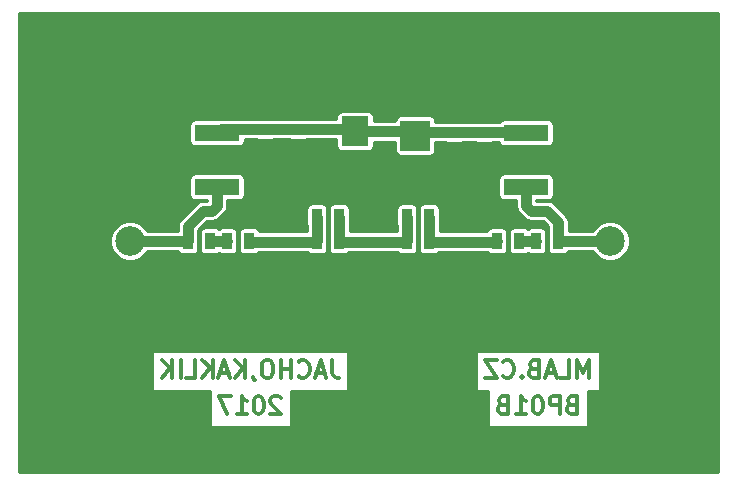
<source format=gbr>
G04 #@! TF.FileFunction,Copper,L2,Bot,Signal*
%FSLAX46Y46*%
G04 Gerber Fmt 4.6, Leading zero omitted, Abs format (unit mm)*
G04 Created by KiCad (PCBNEW (2016-09-17 revision 679eef1)-makepkg) date 01/02/17 11:16:33*
%MOMM*%
%LPD*%
G01*
G04 APERTURE LIST*
%ADD10C,0.150000*%
%ADD11C,0.300000*%
%ADD12R,0.889000X1.397000*%
%ADD13R,1.397000X0.889000*%
%ADD14R,2.499360X2.550160*%
%ADD15R,2.301240X2.499360*%
%ADD16C,2.500000*%
%ADD17C,2.700000*%
%ADD18R,3.810000X1.397000*%
%ADD19C,6.000000*%
%ADD20C,0.800000*%
%ADD21C,0.900000*%
%ADD22C,0.400000*%
%ADD23C,0.254000*%
G04 APERTURE END LIST*
D10*
D11*
X27284285Y10219428D02*
X27284285Y9148000D01*
X27355714Y8933714D01*
X27498571Y8790857D01*
X27712857Y8719428D01*
X27855714Y8719428D01*
X26641428Y9148000D02*
X25927142Y9148000D01*
X26784285Y8719428D02*
X26284285Y10219428D01*
X25784285Y8719428D01*
X24427142Y8862285D02*
X24498571Y8790857D01*
X24712857Y8719428D01*
X24855714Y8719428D01*
X25070000Y8790857D01*
X25212857Y8933714D01*
X25284285Y9076571D01*
X25355714Y9362285D01*
X25355714Y9576571D01*
X25284285Y9862285D01*
X25212857Y10005142D01*
X25070000Y10148000D01*
X24855714Y10219428D01*
X24712857Y10219428D01*
X24498571Y10148000D01*
X24427142Y10076571D01*
X23784285Y8719428D02*
X23784285Y10219428D01*
X23784285Y9505142D02*
X22927142Y9505142D01*
X22927142Y8719428D02*
X22927142Y10219428D01*
X21927142Y10219428D02*
X21641428Y10219428D01*
X21498571Y10148000D01*
X21355714Y10005142D01*
X21284285Y9719428D01*
X21284285Y9219428D01*
X21355714Y8933714D01*
X21498571Y8790857D01*
X21641428Y8719428D01*
X21927142Y8719428D01*
X22070000Y8790857D01*
X22212857Y8933714D01*
X22284285Y9219428D01*
X22284285Y9719428D01*
X22212857Y10005142D01*
X22070000Y10148000D01*
X21927142Y10219428D01*
X20570000Y8790857D02*
X20570000Y8719428D01*
X20641428Y8576571D01*
X20712857Y8505142D01*
X19927142Y8719428D02*
X19927142Y10219428D01*
X19070000Y8719428D02*
X19712857Y9576571D01*
X19070000Y10219428D02*
X19927142Y9362285D01*
X18498571Y9148000D02*
X17784285Y9148000D01*
X18641428Y8719428D02*
X18141428Y10219428D01*
X17641428Y8719428D01*
X17141428Y8719428D02*
X17141428Y10219428D01*
X16284285Y8719428D02*
X16927142Y9576571D01*
X16284285Y10219428D02*
X17141428Y9362285D01*
X14927142Y8719428D02*
X15641428Y8719428D01*
X15641428Y10219428D01*
X14427142Y8719428D02*
X14427142Y10219428D01*
X13712857Y8719428D02*
X13712857Y10219428D01*
X12855714Y8719428D02*
X13498571Y9576571D01*
X12855714Y10219428D02*
X13712857Y9362285D01*
X22891428Y7028571D02*
X22820000Y7100000D01*
X22677142Y7171428D01*
X22320000Y7171428D01*
X22177142Y7100000D01*
X22105714Y7028571D01*
X22034285Y6885714D01*
X22034285Y6742857D01*
X22105714Y6528571D01*
X22962857Y5671428D01*
X22034285Y5671428D01*
X21105714Y7171428D02*
X20962857Y7171428D01*
X20820000Y7100000D01*
X20748571Y7028571D01*
X20677142Y6885714D01*
X20605714Y6600000D01*
X20605714Y6242857D01*
X20677142Y5957142D01*
X20748571Y5814285D01*
X20820000Y5742857D01*
X20962857Y5671428D01*
X21105714Y5671428D01*
X21248571Y5742857D01*
X21320000Y5814285D01*
X21391428Y5957142D01*
X21462857Y6242857D01*
X21462857Y6600000D01*
X21391428Y6885714D01*
X21320000Y7028571D01*
X21248571Y7100000D01*
X21105714Y7171428D01*
X19177142Y5671428D02*
X20034285Y5671428D01*
X19605714Y5671428D02*
X19605714Y7171428D01*
X19748571Y6957142D01*
X19891428Y6814285D01*
X20034285Y6742857D01*
X18677142Y7171428D02*
X17677142Y7171428D01*
X18320000Y5671428D01*
X47525428Y6457142D02*
X47311142Y6385714D01*
X47239714Y6314285D01*
X47168285Y6171428D01*
X47168285Y5957142D01*
X47239714Y5814285D01*
X47311142Y5742857D01*
X47454000Y5671428D01*
X48025428Y5671428D01*
X48025428Y7171428D01*
X47525428Y7171428D01*
X47382571Y7100000D01*
X47311142Y7028571D01*
X47239714Y6885714D01*
X47239714Y6742857D01*
X47311142Y6600000D01*
X47382571Y6528571D01*
X47525428Y6457142D01*
X48025428Y6457142D01*
X46525428Y5671428D02*
X46525428Y7171428D01*
X45954000Y7171428D01*
X45811142Y7100000D01*
X45739714Y7028571D01*
X45668285Y6885714D01*
X45668285Y6671428D01*
X45739714Y6528571D01*
X45811142Y6457142D01*
X45954000Y6385714D01*
X46525428Y6385714D01*
X44739714Y7171428D02*
X44596857Y7171428D01*
X44454000Y7100000D01*
X44382571Y7028571D01*
X44311142Y6885714D01*
X44239714Y6600000D01*
X44239714Y6242857D01*
X44311142Y5957142D01*
X44382571Y5814285D01*
X44454000Y5742857D01*
X44596857Y5671428D01*
X44739714Y5671428D01*
X44882571Y5742857D01*
X44954000Y5814285D01*
X45025428Y5957142D01*
X45096857Y6242857D01*
X45096857Y6600000D01*
X45025428Y6885714D01*
X44954000Y7028571D01*
X44882571Y7100000D01*
X44739714Y7171428D01*
X42811142Y5671428D02*
X43668285Y5671428D01*
X43239714Y5671428D02*
X43239714Y7171428D01*
X43382571Y6957142D01*
X43525428Y6814285D01*
X43668285Y6742857D01*
X41668285Y6457142D02*
X41454000Y6385714D01*
X41382571Y6314285D01*
X41311142Y6171428D01*
X41311142Y5957142D01*
X41382571Y5814285D01*
X41454000Y5742857D01*
X41596857Y5671428D01*
X42168285Y5671428D01*
X42168285Y7171428D01*
X41668285Y7171428D01*
X41525428Y7100000D01*
X41454000Y7028571D01*
X41382571Y6885714D01*
X41382571Y6742857D01*
X41454000Y6600000D01*
X41525428Y6528571D01*
X41668285Y6457142D01*
X42168285Y6457142D01*
X49025428Y8719428D02*
X49025428Y10219428D01*
X48525428Y9148000D01*
X48025428Y10219428D01*
X48025428Y8719428D01*
X46596857Y8719428D02*
X47311142Y8719428D01*
X47311142Y10219428D01*
X46168285Y9148000D02*
X45454000Y9148000D01*
X46311142Y8719428D02*
X45811142Y10219428D01*
X45311142Y8719428D01*
X44311142Y9505142D02*
X44096857Y9433714D01*
X44025428Y9362285D01*
X43954000Y9219428D01*
X43954000Y9005142D01*
X44025428Y8862285D01*
X44096857Y8790857D01*
X44239714Y8719428D01*
X44811142Y8719428D01*
X44811142Y10219428D01*
X44311142Y10219428D01*
X44168285Y10148000D01*
X44096857Y10076571D01*
X44025428Y9933714D01*
X44025428Y9790857D01*
X44096857Y9648000D01*
X44168285Y9576571D01*
X44311142Y9505142D01*
X44811142Y9505142D01*
X43311142Y8862285D02*
X43239714Y8790857D01*
X43311142Y8719428D01*
X43382571Y8790857D01*
X43311142Y8862285D01*
X43311142Y8719428D01*
X41739714Y8862285D02*
X41811142Y8790857D01*
X42025428Y8719428D01*
X42168285Y8719428D01*
X42382571Y8790857D01*
X42525428Y8933714D01*
X42596857Y9076571D01*
X42668285Y9362285D01*
X42668285Y9576571D01*
X42596857Y9862285D01*
X42525428Y10005142D01*
X42382571Y10148000D01*
X42168285Y10219428D01*
X42025428Y10219428D01*
X41811142Y10148000D01*
X41739714Y10076571D01*
X41239714Y10219428D02*
X40239714Y10219428D01*
X41239714Y8719428D01*
X40239714Y8719428D01*
D12*
X16954500Y20320000D03*
X15049500Y20320000D03*
D13*
X21590000Y29781500D03*
X21590000Y31686500D03*
X24130000Y18351500D03*
X24130000Y20256500D03*
X24384000Y31686500D03*
X24384000Y29781500D03*
D12*
X25971500Y20320000D03*
X27876500Y20320000D03*
D13*
X31750000Y20256500D03*
X31750000Y18351500D03*
D12*
X33591500Y20320000D03*
X35496500Y20320000D03*
D14*
X34290000Y29225240D03*
X34290000Y34274760D03*
D13*
X39370000Y18351500D03*
X39370000Y20256500D03*
X37592000Y31432500D03*
X37592000Y29527500D03*
X40132000Y29527500D03*
X40132000Y31432500D03*
D12*
X46418500Y20320000D03*
X44513500Y20320000D03*
D15*
X29210000Y33898840D03*
X29210000Y29601160D03*
D16*
X10160000Y20320000D03*
D17*
X12700000Y17780000D03*
X7620000Y17780000D03*
X7620000Y22860000D03*
X12700000Y22860000D03*
X53340000Y22860000D03*
X48260000Y22860000D03*
X48260000Y17780000D03*
X53340000Y17780000D03*
D16*
X50800000Y20320000D03*
D18*
X17526000Y29464000D03*
X17526000Y24892000D03*
D12*
X18351500Y20320000D03*
X20256500Y20320000D03*
D13*
X22098000Y18351500D03*
X22098000Y20256500D03*
D12*
X27876500Y22352000D03*
X25971500Y22352000D03*
D13*
X29718000Y18351500D03*
X29718000Y20256500D03*
D12*
X35496500Y22352000D03*
X33591500Y22352000D03*
D13*
X37338000Y20256500D03*
X37338000Y18351500D03*
D12*
X41211500Y20320000D03*
X43116500Y20320000D03*
D18*
X43688000Y24892000D03*
X43688000Y29464000D03*
D19*
X55880000Y5080000D03*
X5080000Y5080000D03*
X55880000Y35560000D03*
X5080000Y35560000D03*
D20*
X14986000Y17526000D03*
X14986000Y16256000D03*
X13716000Y15748000D03*
X12446000Y15748000D03*
X11176000Y15748000D03*
X9906000Y15748000D03*
X8636000Y15748000D03*
X7366000Y15748000D03*
X6096000Y15748000D03*
X5588000Y16764000D03*
X5588000Y18034000D03*
X5588000Y19304000D03*
X5588000Y20574000D03*
X5588000Y21843994D03*
X5588000Y23114000D03*
X5588000Y24384000D03*
X7112000Y24892000D03*
X8382000Y24892000D03*
X9652000Y24892000D03*
X10922000Y24892000D03*
X12192000Y24892000D03*
X13462000Y24892000D03*
X55372000Y24638000D03*
X55626000Y23622000D03*
X55626000Y22352000D03*
X55626000Y21082000D03*
X55626000Y19812000D03*
X55626000Y18542000D03*
X55626000Y17272000D03*
X55626000Y16002000D03*
X54864000Y15240000D03*
X53594000Y15240000D03*
X52324000Y15240000D03*
X51054000Y15240000D03*
X49784000Y15240000D03*
X48514000Y15240000D03*
X47244000Y15240000D03*
X46228000Y16002000D03*
X46228000Y17272000D03*
X54356000Y25146000D03*
X53086000Y25146000D03*
X51816000Y25146000D03*
X50546000Y25146000D03*
X49276000Y25146000D03*
X48006000Y25146000D03*
X32258000Y33020000D03*
X30988000Y33020000D03*
X27432000Y33020000D03*
X41910000Y27686000D03*
X41148000Y28194000D03*
X40132000Y28194000D03*
X38862000Y28194000D03*
X37592000Y28194000D03*
X36322000Y27178000D03*
X36322000Y28194000D03*
X35306000Y26924000D03*
X34036004Y26924000D03*
X32766000Y26924000D03*
X32258000Y27940000D03*
X31242000Y27940000D03*
X29972000Y27432000D03*
X28702000Y27432000D03*
X27432000Y27432000D03*
X27178000Y28448000D03*
X25908000Y28448000D03*
X24638000Y28448000D03*
X23368000Y28448000D03*
X22098000Y28448000D03*
X20828000Y28448000D03*
X20066000Y27686000D03*
X46482000Y27432000D03*
X46482000Y28448000D03*
X46482000Y29718000D03*
X46482000Y30988000D03*
X44958000Y30988000D03*
X43688000Y30988000D03*
X42418000Y30988000D03*
X41656000Y31750000D03*
X41656000Y32766000D03*
X40386000Y32766000D03*
X39116000Y32766000D03*
X37846000Y32766000D03*
X36576000Y33020000D03*
X36576000Y34290000D03*
X14732000Y27432000D03*
X14732000Y28448000D03*
X14732000Y29718000D03*
X14732000Y30988000D03*
X16256000Y30988000D03*
X17526000Y30988000D03*
X18796000Y30988000D03*
X20066000Y31750000D03*
X20066000Y33020000D03*
X21336000Y33020000D03*
X22606000Y33020000D03*
X23876000Y33020000D03*
X25146000Y33020000D03*
X27432008Y31750000D03*
X32258000Y31750000D03*
X30988000Y31750000D03*
X25908000Y31750000D03*
X46736000Y24384000D03*
X46736000Y25400000D03*
X46228000Y26416000D03*
X44958000Y26670000D03*
X43434000Y26670000D03*
X42164000Y26670000D03*
X40894000Y26416000D03*
X40894000Y24892000D03*
X40894000Y23368000D03*
X42926000Y22098000D03*
X41656000Y22098000D03*
X40386000Y22098000D03*
X39116000Y21590000D03*
X37846000Y21590000D03*
X36830000Y21844000D03*
X36830000Y23114000D03*
X36068000Y23876000D03*
X34798000Y23876000D03*
X33528000Y23876000D03*
X32512000Y23876000D03*
X32258000Y22606000D03*
X31750000Y21590000D03*
X30480000Y21590000D03*
X29209994Y22860000D03*
X29210000Y21590000D03*
X28956000Y24130000D03*
X27686000Y24130000D03*
X26416000Y24130000D03*
X25146000Y24130000D03*
X24384000Y23368000D03*
X24384000Y22098000D03*
X22860000Y22098000D03*
X21590000Y22098000D03*
X20320000Y22098000D03*
X20320000Y23368000D03*
X20320000Y24638000D03*
X20320000Y25908000D03*
X19558000Y26670000D03*
X18288000Y26670000D03*
X17018000Y26670000D03*
X15748000Y26670000D03*
X14732000Y26162000D03*
X14732000Y24892000D03*
X14732000Y23622000D03*
X46228000Y18542000D03*
X44958000Y18542000D03*
X43688000Y18542000D03*
X42418000Y18542000D03*
X41148000Y18542000D03*
X41148000Y17526000D03*
X40132000Y16764000D03*
X38862000Y16764000D03*
X37592000Y16764000D03*
X36322000Y16764000D03*
X35814000Y17780000D03*
X35814000Y18796000D03*
X34798000Y18796000D03*
X33528000Y18796000D03*
X33528000Y17780000D03*
X32766000Y17018000D03*
X31750000Y17018000D03*
X30480000Y17018000D03*
X29464000Y17018000D03*
X28448000Y17272000D03*
X28194000Y18288000D03*
X26924000Y18288000D03*
X25654000Y18288000D03*
X25400000Y17018000D03*
X24130000Y17018000D03*
X22860000Y17018000D03*
X20320000Y17272000D03*
X21590000Y17018000D03*
X20066000Y18542000D03*
X18796000Y18542000D03*
X17526000Y18542000D03*
X16256000Y18542000D03*
X14986000Y18542000D03*
D21*
X18351500Y20320000D02*
X16954500Y20320000D01*
X10160000Y20320000D02*
X15049500Y20320000D01*
X15049500Y20320000D02*
X15049500Y21590000D01*
X17092500Y22860000D02*
X16319500Y22860000D01*
X16319500Y22860000D02*
X15049500Y21590000D01*
X17526000Y24892000D02*
X17526000Y23293500D01*
X17526000Y23293500D02*
X17092500Y22860000D01*
X40132000Y29527500D02*
X43624500Y29527500D01*
X43624500Y29527500D02*
X43688000Y29464000D01*
X40132000Y29527500D02*
X37592000Y29527500D01*
X37592000Y29527500D02*
X34592260Y29527500D01*
X34592260Y29527500D02*
X34290000Y29225240D01*
X29210000Y29601160D02*
X33914080Y29601160D01*
X33914080Y29601160D02*
X34290000Y29225240D01*
X24384000Y29781500D02*
X29029660Y29781500D01*
X29029660Y29781500D02*
X29210000Y29601160D01*
X21590000Y29781500D02*
X24384000Y29781500D01*
X21590000Y29781500D02*
X17843500Y29781500D01*
X17843500Y29781500D02*
X17526000Y29464000D01*
D22*
X13716000Y15748000D02*
X14478000Y15748000D01*
X14478000Y15748000D02*
X14986000Y16256000D01*
X11176000Y15748000D02*
X12446000Y15748000D01*
X8636000Y15748000D02*
X9906000Y15748000D01*
X6096000Y15748000D02*
X7366000Y15748000D01*
X5588000Y18034000D02*
X5588000Y16764000D01*
X5588000Y20574000D02*
X5588000Y19304000D01*
X5588000Y23114000D02*
X5588000Y21843994D01*
X7112000Y24892000D02*
X6096000Y24892000D01*
X6096000Y24892000D02*
X5588000Y24384000D01*
X9652000Y24892000D02*
X8382000Y24892000D01*
X12192000Y24892000D02*
X10922000Y24892000D01*
X14732000Y24892000D02*
X13462000Y24892000D01*
X55626000Y22352000D02*
X55626000Y23622000D01*
X55626000Y19812000D02*
X55626000Y21082000D01*
X55626000Y17272000D02*
X55626000Y18542000D01*
X54864000Y15240000D02*
X55626000Y16002000D01*
X52324000Y15240000D02*
X53594000Y15240000D01*
X49784000Y15240000D02*
X51054000Y15240000D01*
X47244000Y15240000D02*
X48514000Y15240000D01*
X46228000Y17272000D02*
X46228000Y16002000D01*
X53086000Y25146000D02*
X54356000Y25146000D01*
X50546000Y25146000D02*
X51816000Y25146000D01*
X48006000Y25146000D02*
X49276000Y25146000D01*
X30988000Y33020000D02*
X32258000Y33020000D01*
X27432008Y31750000D02*
X27432008Y33019992D01*
X27432008Y33019992D02*
X27432000Y33020000D01*
X40132000Y28194000D02*
X41148000Y28194000D01*
X37592000Y28194000D02*
X38862000Y28194000D01*
X36322000Y28194000D02*
X36322000Y27178000D01*
X34036004Y26924000D02*
X35306000Y26924000D01*
X32258000Y27940000D02*
X32258000Y27432000D01*
X32258000Y27432000D02*
X32766000Y26924000D01*
X29972000Y27432000D02*
X30734000Y27432000D01*
X30734000Y27432000D02*
X31242000Y27940000D01*
X27432000Y27432000D02*
X28702000Y27432000D01*
X25908000Y28448000D02*
X27178000Y28448000D01*
X23368000Y28448000D02*
X24638000Y28448000D01*
X20828000Y28448000D02*
X22098000Y28448000D01*
X14732000Y28448000D02*
X15494000Y27686000D01*
X15494000Y27686000D02*
X20066000Y27686000D01*
X46482000Y29718000D02*
X46482000Y28448000D01*
X44958000Y30988000D02*
X46482000Y30988000D01*
X42418000Y30988000D02*
X43688000Y30988000D01*
X41656000Y32766000D02*
X41656000Y31750000D01*
X39116000Y32766000D02*
X40386000Y32766000D01*
X36576000Y33020000D02*
X37592000Y33020000D01*
X37592000Y33020000D02*
X37846000Y32766000D01*
X34290000Y34274760D02*
X36560760Y34274760D01*
X36560760Y34274760D02*
X36576000Y34290000D01*
X14732000Y28448000D02*
X14732000Y27432000D01*
X14732000Y30988000D02*
X14732000Y29718000D01*
X17526000Y30988000D02*
X16256000Y30988000D01*
X20066000Y31750000D02*
X19558000Y31750000D01*
X19558000Y31750000D02*
X18796000Y30988000D01*
X21336000Y33020000D02*
X20066000Y33020000D01*
X23876000Y33020000D02*
X22606000Y33020000D01*
X25908000Y31750000D02*
X25908000Y32258000D01*
X25908000Y32258000D02*
X25146000Y33020000D01*
X30988000Y31750000D02*
X27432008Y31750000D01*
X30226000Y31750000D02*
X32258000Y31750000D01*
X31438315Y31750000D02*
X32258000Y31750000D01*
X29210000Y32766000D02*
X30226000Y31750000D01*
X30226000Y31750000D02*
X31438315Y31750000D01*
X29210000Y33898840D02*
X29210000Y33799780D01*
X31259780Y31750000D02*
X31438315Y31750000D01*
X29210000Y33799780D02*
X31259780Y31750000D01*
X46736000Y25400000D02*
X46736000Y24384000D01*
X44958000Y26670000D02*
X45974000Y26670000D01*
X45974000Y26670000D02*
X46228000Y26416000D01*
X42164000Y26670000D02*
X43434000Y26670000D01*
X40894000Y24892000D02*
X40894000Y26416000D01*
X40386000Y22098000D02*
X40386000Y22860000D01*
X40386000Y22860000D02*
X40894000Y23368000D01*
X40386000Y22098000D02*
X41656000Y22098000D01*
X37846000Y21590000D02*
X39116000Y21590000D01*
X36830000Y23114000D02*
X36830000Y21844000D01*
X34798000Y23876000D02*
X36068000Y23876000D01*
X32512000Y23876000D02*
X33528000Y23876000D01*
X31750000Y21590000D02*
X31750000Y22098000D01*
X31750000Y22098000D02*
X32258000Y22606000D01*
X29210000Y21590000D02*
X30480000Y21590000D01*
X29210000Y22860000D02*
X29209994Y22860000D01*
X29718000Y23368000D02*
X29210000Y22860000D01*
X28956000Y24130000D02*
X29718000Y23368000D01*
X26416000Y24130000D02*
X27686000Y24130000D01*
X24384000Y23368000D02*
X25146000Y24130000D01*
X22860000Y22098000D02*
X24384000Y22098000D01*
X20320000Y22098000D02*
X21590000Y22098000D01*
X20320000Y24638000D02*
X20320000Y23368000D01*
X19558000Y26670000D02*
X20320000Y25908000D01*
X17018000Y26670000D02*
X18288000Y26670000D01*
X14732000Y26162000D02*
X15240000Y26162000D01*
X15240000Y26162000D02*
X15748000Y26670000D01*
X14732000Y23622000D02*
X14732000Y24892000D01*
X44958000Y18542000D02*
X46228000Y18542000D01*
X42418000Y18542000D02*
X43688000Y18542000D01*
X41148000Y17526000D02*
X41148000Y18542000D01*
X38862000Y16764000D02*
X40132000Y16764000D01*
X36322000Y16764000D02*
X37592000Y16764000D01*
X35814000Y18796000D02*
X35814000Y17780000D01*
X33528000Y18796000D02*
X34798000Y18796000D01*
X32766000Y17018000D02*
X33528000Y17780000D01*
X30480000Y17018000D02*
X31750000Y17018000D01*
X28448000Y17272000D02*
X29210000Y17272000D01*
X29210000Y17272000D02*
X29464000Y17018000D01*
X26924000Y18288000D02*
X28194000Y18288000D01*
X25400000Y17018000D02*
X25400000Y18034000D01*
X25400000Y18034000D02*
X25654000Y18288000D01*
X22860000Y17018000D02*
X24130000Y17018000D01*
X20574000Y17018000D02*
X20320000Y17272000D01*
X21590000Y17018000D02*
X20574000Y17018000D01*
X21336000Y17272000D02*
X20320000Y17272000D01*
X18796000Y18542000D02*
X20066000Y18542000D01*
X16256000Y18542000D02*
X17526000Y18542000D01*
X12700000Y17780000D02*
X14224000Y17780000D01*
X14224000Y17780000D02*
X14986000Y18542000D01*
D21*
X25971500Y22352000D02*
X25971500Y20320000D01*
X24130000Y20256500D02*
X25908000Y20256500D01*
X25908000Y20256500D02*
X25971500Y20320000D01*
X24130000Y20256500D02*
X22098000Y20256500D01*
X22098000Y20256500D02*
X20320000Y20256500D01*
X20320000Y20256500D02*
X20256500Y20320000D01*
X33591500Y20320000D02*
X33591500Y22352000D01*
X31750000Y20256500D02*
X33528000Y20256500D01*
X33528000Y20256500D02*
X33591500Y20320000D01*
X31750000Y20256500D02*
X29718000Y20256500D01*
X29718000Y20256500D02*
X27940000Y20256500D01*
X27940000Y20256500D02*
X27876500Y20320000D01*
X27876500Y22352000D02*
X27876500Y20320000D01*
X35496500Y20320000D02*
X35496500Y22352000D01*
X39370000Y20256500D02*
X41148000Y20256500D01*
X41148000Y20256500D02*
X41211500Y20320000D01*
X39370000Y20256500D02*
X37338000Y20256500D01*
X37338000Y20256500D02*
X35560000Y20256500D01*
X35560000Y20256500D02*
X35496500Y20320000D01*
X43688000Y24892000D02*
X43688000Y23293500D01*
X43688000Y23293500D02*
X44121500Y22860000D01*
X44121500Y22860000D02*
X45477000Y22860000D01*
X45477000Y22860000D02*
X46418500Y21918500D01*
X46418500Y21918500D02*
X46418500Y20320000D01*
X46418500Y20320000D02*
X50800000Y20320000D01*
X43116500Y20320000D02*
X44513500Y20320000D01*
D23*
G36*
X59950000Y756000D02*
X756000Y756000D01*
X756000Y10980000D01*
X11993000Y10980000D01*
X11993000Y7576000D01*
X16885857Y7576000D01*
X16885857Y4528000D01*
X23754143Y4528000D01*
X23754143Y7576000D01*
X28647000Y7576000D01*
X28647000Y10980000D01*
X39448429Y10980000D01*
X39448429Y7576000D01*
X40448429Y7576000D01*
X40448429Y4528000D01*
X48959572Y4528000D01*
X48959572Y7576000D01*
X49959572Y7576000D01*
X49959572Y10980000D01*
X39448429Y10980000D01*
X28647000Y10980000D01*
X11993000Y10980000D01*
X756000Y10980000D01*
X756000Y19987888D01*
X8482710Y19987888D01*
X8737480Y19371297D01*
X9208816Y18899138D01*
X9824961Y18643292D01*
X10492112Y18642710D01*
X11108703Y18897480D01*
X11580862Y19368816D01*
X11611666Y19443000D01*
X14210722Y19443000D01*
X14297150Y19313650D01*
X14438393Y19219275D01*
X14605000Y19186135D01*
X15494000Y19186135D01*
X15660607Y19219275D01*
X15801850Y19313650D01*
X15896225Y19454893D01*
X15929365Y19621500D01*
X15929365Y21018500D01*
X16074635Y21018500D01*
X16074635Y19621500D01*
X16107775Y19454893D01*
X16202150Y19313650D01*
X16343393Y19219275D01*
X16510000Y19186135D01*
X17399000Y19186135D01*
X17565607Y19219275D01*
X17653000Y19277669D01*
X17740393Y19219275D01*
X17907000Y19186135D01*
X18796000Y19186135D01*
X18962607Y19219275D01*
X19103850Y19313650D01*
X19198225Y19454893D01*
X19231365Y19621500D01*
X19231365Y21018500D01*
X19376635Y21018500D01*
X19376635Y19621500D01*
X19409775Y19454893D01*
X19504150Y19313650D01*
X19645393Y19219275D01*
X19812000Y19186135D01*
X20701000Y19186135D01*
X20867607Y19219275D01*
X21008850Y19313650D01*
X21052849Y19379500D01*
X21385097Y19379500D01*
X21399500Y19376635D01*
X22796500Y19376635D01*
X22810903Y19379500D01*
X23417097Y19379500D01*
X23431500Y19376635D01*
X24828500Y19376635D01*
X24842903Y19379500D01*
X25175151Y19379500D01*
X25219150Y19313650D01*
X25360393Y19219275D01*
X25527000Y19186135D01*
X26416000Y19186135D01*
X26582607Y19219275D01*
X26723850Y19313650D01*
X26818225Y19454893D01*
X26851365Y19621500D01*
X26851365Y21018500D01*
X26848500Y21032903D01*
X26848500Y21639097D01*
X26851365Y21653500D01*
X26851365Y23050500D01*
X26996635Y23050500D01*
X26996635Y21653500D01*
X26999500Y21639097D01*
X26999500Y21032903D01*
X26996635Y21018500D01*
X26996635Y19621500D01*
X27029775Y19454893D01*
X27124150Y19313650D01*
X27265393Y19219275D01*
X27432000Y19186135D01*
X28321000Y19186135D01*
X28487607Y19219275D01*
X28628850Y19313650D01*
X28672849Y19379500D01*
X29005097Y19379500D01*
X29019500Y19376635D01*
X30416500Y19376635D01*
X30430903Y19379500D01*
X31037097Y19379500D01*
X31051500Y19376635D01*
X32448500Y19376635D01*
X32462903Y19379500D01*
X32795151Y19379500D01*
X32839150Y19313650D01*
X32980393Y19219275D01*
X33147000Y19186135D01*
X34036000Y19186135D01*
X34202607Y19219275D01*
X34343850Y19313650D01*
X34438225Y19454893D01*
X34471365Y19621500D01*
X34471365Y21018500D01*
X34468500Y21032903D01*
X34468500Y21639097D01*
X34471365Y21653500D01*
X34471365Y23050500D01*
X34616635Y23050500D01*
X34616635Y21653500D01*
X34619500Y21639097D01*
X34619500Y21032903D01*
X34616635Y21018500D01*
X34616635Y19621500D01*
X34649775Y19454893D01*
X34744150Y19313650D01*
X34885393Y19219275D01*
X35052000Y19186135D01*
X35941000Y19186135D01*
X36107607Y19219275D01*
X36248850Y19313650D01*
X36292849Y19379500D01*
X36625097Y19379500D01*
X36639500Y19376635D01*
X38036500Y19376635D01*
X38050903Y19379500D01*
X38657097Y19379500D01*
X38671500Y19376635D01*
X40068500Y19376635D01*
X40082903Y19379500D01*
X40415151Y19379500D01*
X40459150Y19313650D01*
X40600393Y19219275D01*
X40767000Y19186135D01*
X41656000Y19186135D01*
X41822607Y19219275D01*
X41963850Y19313650D01*
X42058225Y19454893D01*
X42091365Y19621500D01*
X42091365Y21018500D01*
X42236635Y21018500D01*
X42236635Y19621500D01*
X42269775Y19454893D01*
X42364150Y19313650D01*
X42505393Y19219275D01*
X42672000Y19186135D01*
X43561000Y19186135D01*
X43727607Y19219275D01*
X43815000Y19277669D01*
X43902393Y19219275D01*
X44069000Y19186135D01*
X44958000Y19186135D01*
X45124607Y19219275D01*
X45265850Y19313650D01*
X45360225Y19454893D01*
X45393365Y19621500D01*
X45393365Y21018500D01*
X45360225Y21185107D01*
X45265850Y21326350D01*
X45124607Y21420725D01*
X44958000Y21453865D01*
X44069000Y21453865D01*
X43902393Y21420725D01*
X43815000Y21362331D01*
X43727607Y21420725D01*
X43561000Y21453865D01*
X42672000Y21453865D01*
X42505393Y21420725D01*
X42364150Y21326350D01*
X42269775Y21185107D01*
X42236635Y21018500D01*
X42091365Y21018500D01*
X42058225Y21185107D01*
X41963850Y21326350D01*
X41822607Y21420725D01*
X41656000Y21453865D01*
X40767000Y21453865D01*
X40600393Y21420725D01*
X40459150Y21326350D01*
X40364775Y21185107D01*
X40354510Y21133500D01*
X40082903Y21133500D01*
X40068500Y21136365D01*
X38671500Y21136365D01*
X38657097Y21133500D01*
X38050903Y21133500D01*
X38036500Y21136365D01*
X36639500Y21136365D01*
X36625097Y21133500D01*
X36373500Y21133500D01*
X36373500Y21639097D01*
X36376365Y21653500D01*
X36376365Y23050500D01*
X36343225Y23217107D01*
X36248850Y23358350D01*
X36107607Y23452725D01*
X35941000Y23485865D01*
X35052000Y23485865D01*
X34885393Y23452725D01*
X34744150Y23358350D01*
X34649775Y23217107D01*
X34616635Y23050500D01*
X34471365Y23050500D01*
X34438225Y23217107D01*
X34343850Y23358350D01*
X34202607Y23452725D01*
X34036000Y23485865D01*
X33147000Y23485865D01*
X32980393Y23452725D01*
X32839150Y23358350D01*
X32744775Y23217107D01*
X32711635Y23050500D01*
X32711635Y21653500D01*
X32714500Y21639097D01*
X32714500Y21133500D01*
X32462903Y21133500D01*
X32448500Y21136365D01*
X31051500Y21136365D01*
X31037097Y21133500D01*
X30430903Y21133500D01*
X30416500Y21136365D01*
X29019500Y21136365D01*
X29005097Y21133500D01*
X28753500Y21133500D01*
X28753500Y21639097D01*
X28756365Y21653500D01*
X28756365Y23050500D01*
X28723225Y23217107D01*
X28628850Y23358350D01*
X28487607Y23452725D01*
X28321000Y23485865D01*
X27432000Y23485865D01*
X27265393Y23452725D01*
X27124150Y23358350D01*
X27029775Y23217107D01*
X26996635Y23050500D01*
X26851365Y23050500D01*
X26818225Y23217107D01*
X26723850Y23358350D01*
X26582607Y23452725D01*
X26416000Y23485865D01*
X25527000Y23485865D01*
X25360393Y23452725D01*
X25219150Y23358350D01*
X25124775Y23217107D01*
X25091635Y23050500D01*
X25091635Y21653500D01*
X25094500Y21639097D01*
X25094500Y21133500D01*
X24842903Y21133500D01*
X24828500Y21136365D01*
X23431500Y21136365D01*
X23417097Y21133500D01*
X22810903Y21133500D01*
X22796500Y21136365D01*
X21399500Y21136365D01*
X21385097Y21133500D01*
X21113490Y21133500D01*
X21103225Y21185107D01*
X21008850Y21326350D01*
X20867607Y21420725D01*
X20701000Y21453865D01*
X19812000Y21453865D01*
X19645393Y21420725D01*
X19504150Y21326350D01*
X19409775Y21185107D01*
X19376635Y21018500D01*
X19231365Y21018500D01*
X19198225Y21185107D01*
X19103850Y21326350D01*
X18962607Y21420725D01*
X18796000Y21453865D01*
X17907000Y21453865D01*
X17740393Y21420725D01*
X17653000Y21362331D01*
X17565607Y21420725D01*
X17399000Y21453865D01*
X16510000Y21453865D01*
X16343393Y21420725D01*
X16202150Y21326350D01*
X16107775Y21185107D01*
X16074635Y21018500D01*
X15929365Y21018500D01*
X15926500Y21032903D01*
X15926500Y21226734D01*
X16682765Y21983000D01*
X17092500Y21983000D01*
X17428113Y22049758D01*
X17712633Y22239867D01*
X18146130Y22673365D01*
X18146133Y22673367D01*
X18336242Y22957887D01*
X18354664Y23050500D01*
X18403001Y23293500D01*
X18403000Y23293505D01*
X18403000Y23758135D01*
X19431000Y23758135D01*
X19597607Y23791275D01*
X19738850Y23885650D01*
X19833225Y24026893D01*
X19866365Y24193500D01*
X19866365Y25590500D01*
X41347635Y25590500D01*
X41347635Y24193500D01*
X41380775Y24026893D01*
X41475150Y23885650D01*
X41616393Y23791275D01*
X41783000Y23758135D01*
X42811000Y23758135D01*
X42811000Y23293500D01*
X42877758Y22957887D01*
X43067867Y22673367D01*
X43501365Y22239870D01*
X43501367Y22239867D01*
X43785887Y22049758D01*
X44121500Y21982999D01*
X44121505Y21983000D01*
X45113734Y21983000D01*
X45541500Y21555234D01*
X45541500Y21032903D01*
X45538635Y21018500D01*
X45538635Y19621500D01*
X45571775Y19454893D01*
X45666150Y19313650D01*
X45807393Y19219275D01*
X45974000Y19186135D01*
X46863000Y19186135D01*
X47029607Y19219275D01*
X47170850Y19313650D01*
X47257278Y19443000D01*
X49347853Y19443000D01*
X49377480Y19371297D01*
X49848816Y18899138D01*
X50464961Y18643292D01*
X51132112Y18642710D01*
X51748703Y18897480D01*
X52220862Y19368816D01*
X52476708Y19984961D01*
X52477290Y20652112D01*
X52222520Y21268703D01*
X51751184Y21740862D01*
X51135039Y21996708D01*
X50467888Y21997290D01*
X49851297Y21742520D01*
X49379138Y21271184D01*
X49348334Y21197000D01*
X47295500Y21197000D01*
X47295500Y21918500D01*
X47228742Y22254113D01*
X47038633Y22538633D01*
X46097133Y23480133D01*
X45812613Y23670242D01*
X45477000Y23737000D01*
X44565000Y23737000D01*
X44565000Y23758135D01*
X45593000Y23758135D01*
X45759607Y23791275D01*
X45900850Y23885650D01*
X45995225Y24026893D01*
X46028365Y24193500D01*
X46028365Y25590500D01*
X45995225Y25757107D01*
X45900850Y25898350D01*
X45759607Y25992725D01*
X45593000Y26025865D01*
X41783000Y26025865D01*
X41616393Y25992725D01*
X41475150Y25898350D01*
X41380775Y25757107D01*
X41347635Y25590500D01*
X19866365Y25590500D01*
X19833225Y25757107D01*
X19738850Y25898350D01*
X19597607Y25992725D01*
X19431000Y26025865D01*
X15621000Y26025865D01*
X15454393Y25992725D01*
X15313150Y25898350D01*
X15218775Y25757107D01*
X15185635Y25590500D01*
X15185635Y24193500D01*
X15218775Y24026893D01*
X15313150Y23885650D01*
X15454393Y23791275D01*
X15621000Y23758135D01*
X16649000Y23758135D01*
X16649000Y23737000D01*
X16319500Y23737000D01*
X15983886Y23670242D01*
X15869924Y23594095D01*
X15699367Y23480133D01*
X15699365Y23480130D01*
X14429367Y22210133D01*
X14239258Y21925613D01*
X14172500Y21590000D01*
X14172500Y21197000D01*
X11612147Y21197000D01*
X11582520Y21268703D01*
X11111184Y21740862D01*
X10495039Y21996708D01*
X9827888Y21997290D01*
X9211297Y21742520D01*
X8739138Y21271184D01*
X8483292Y20655039D01*
X8482710Y19987888D01*
X756000Y19987888D01*
X756000Y30162500D01*
X15185635Y30162500D01*
X15185635Y28765500D01*
X15218775Y28598893D01*
X15313150Y28457650D01*
X15454393Y28363275D01*
X15621000Y28330135D01*
X19431000Y28330135D01*
X19597607Y28363275D01*
X19738850Y28457650D01*
X19833225Y28598893D01*
X19866365Y28765500D01*
X19866365Y28904500D01*
X20877097Y28904500D01*
X20891500Y28901635D01*
X22288500Y28901635D01*
X22302903Y28904500D01*
X23671097Y28904500D01*
X23685500Y28901635D01*
X25082500Y28901635D01*
X25096903Y28904500D01*
X27624015Y28904500D01*
X27624015Y28351480D01*
X27657155Y28184873D01*
X27751530Y28043630D01*
X27892773Y27949255D01*
X28059380Y27916115D01*
X30360620Y27916115D01*
X30527227Y27949255D01*
X30668470Y28043630D01*
X30762845Y28184873D01*
X30795985Y28351480D01*
X30795985Y28724160D01*
X32604955Y28724160D01*
X32604955Y27950160D01*
X32638095Y27783553D01*
X32732470Y27642310D01*
X32873713Y27547935D01*
X33040320Y27514795D01*
X35539680Y27514795D01*
X35706287Y27547935D01*
X35847530Y27642310D01*
X35941905Y27783553D01*
X35975045Y27950160D01*
X35975045Y28650500D01*
X36879097Y28650500D01*
X36893500Y28647635D01*
X38290500Y28647635D01*
X38304903Y28650500D01*
X39419097Y28650500D01*
X39433500Y28647635D01*
X40830500Y28647635D01*
X40844903Y28650500D01*
X41370510Y28650500D01*
X41380775Y28598893D01*
X41475150Y28457650D01*
X41616393Y28363275D01*
X41783000Y28330135D01*
X45593000Y28330135D01*
X45759607Y28363275D01*
X45900850Y28457650D01*
X45995225Y28598893D01*
X46028365Y28765500D01*
X46028365Y30162500D01*
X45995225Y30329107D01*
X45900850Y30470350D01*
X45759607Y30564725D01*
X45593000Y30597865D01*
X41783000Y30597865D01*
X41616393Y30564725D01*
X41475150Y30470350D01*
X41431151Y30404500D01*
X40844903Y30404500D01*
X40830500Y30407365D01*
X39433500Y30407365D01*
X39419097Y30404500D01*
X38304903Y30404500D01*
X38290500Y30407365D01*
X36893500Y30407365D01*
X36879097Y30404500D01*
X35975045Y30404500D01*
X35975045Y30500320D01*
X35941905Y30666927D01*
X35847530Y30808170D01*
X35706287Y30902545D01*
X35539680Y30935685D01*
X33040320Y30935685D01*
X32873713Y30902545D01*
X32732470Y30808170D01*
X32638095Y30666927D01*
X32604955Y30500320D01*
X32604955Y30478160D01*
X30795985Y30478160D01*
X30795985Y30850840D01*
X30762845Y31017447D01*
X30668470Y31158690D01*
X30527227Y31253065D01*
X30360620Y31286205D01*
X28059380Y31286205D01*
X27892773Y31253065D01*
X27751530Y31158690D01*
X27657155Y31017447D01*
X27624015Y30850840D01*
X27624015Y30658500D01*
X25096903Y30658500D01*
X25082500Y30661365D01*
X23685500Y30661365D01*
X23671097Y30658500D01*
X22302903Y30658500D01*
X22288500Y30661365D01*
X20891500Y30661365D01*
X20877097Y30658500D01*
X17843505Y30658500D01*
X17843500Y30658501D01*
X17538669Y30597865D01*
X15621000Y30597865D01*
X15454393Y30564725D01*
X15313150Y30470350D01*
X15218775Y30329107D01*
X15185635Y30162500D01*
X756000Y30162500D01*
X756000Y39630000D01*
X59950000Y39630000D01*
X59950000Y756000D01*
X59950000Y756000D01*
G37*
X59950000Y756000D02*
X756000Y756000D01*
X756000Y10980000D01*
X11993000Y10980000D01*
X11993000Y7576000D01*
X16885857Y7576000D01*
X16885857Y4528000D01*
X23754143Y4528000D01*
X23754143Y7576000D01*
X28647000Y7576000D01*
X28647000Y10980000D01*
X39448429Y10980000D01*
X39448429Y7576000D01*
X40448429Y7576000D01*
X40448429Y4528000D01*
X48959572Y4528000D01*
X48959572Y7576000D01*
X49959572Y7576000D01*
X49959572Y10980000D01*
X39448429Y10980000D01*
X28647000Y10980000D01*
X11993000Y10980000D01*
X756000Y10980000D01*
X756000Y19987888D01*
X8482710Y19987888D01*
X8737480Y19371297D01*
X9208816Y18899138D01*
X9824961Y18643292D01*
X10492112Y18642710D01*
X11108703Y18897480D01*
X11580862Y19368816D01*
X11611666Y19443000D01*
X14210722Y19443000D01*
X14297150Y19313650D01*
X14438393Y19219275D01*
X14605000Y19186135D01*
X15494000Y19186135D01*
X15660607Y19219275D01*
X15801850Y19313650D01*
X15896225Y19454893D01*
X15929365Y19621500D01*
X15929365Y21018500D01*
X16074635Y21018500D01*
X16074635Y19621500D01*
X16107775Y19454893D01*
X16202150Y19313650D01*
X16343393Y19219275D01*
X16510000Y19186135D01*
X17399000Y19186135D01*
X17565607Y19219275D01*
X17653000Y19277669D01*
X17740393Y19219275D01*
X17907000Y19186135D01*
X18796000Y19186135D01*
X18962607Y19219275D01*
X19103850Y19313650D01*
X19198225Y19454893D01*
X19231365Y19621500D01*
X19231365Y21018500D01*
X19376635Y21018500D01*
X19376635Y19621500D01*
X19409775Y19454893D01*
X19504150Y19313650D01*
X19645393Y19219275D01*
X19812000Y19186135D01*
X20701000Y19186135D01*
X20867607Y19219275D01*
X21008850Y19313650D01*
X21052849Y19379500D01*
X21385097Y19379500D01*
X21399500Y19376635D01*
X22796500Y19376635D01*
X22810903Y19379500D01*
X23417097Y19379500D01*
X23431500Y19376635D01*
X24828500Y19376635D01*
X24842903Y19379500D01*
X25175151Y19379500D01*
X25219150Y19313650D01*
X25360393Y19219275D01*
X25527000Y19186135D01*
X26416000Y19186135D01*
X26582607Y19219275D01*
X26723850Y19313650D01*
X26818225Y19454893D01*
X26851365Y19621500D01*
X26851365Y21018500D01*
X26848500Y21032903D01*
X26848500Y21639097D01*
X26851365Y21653500D01*
X26851365Y23050500D01*
X26996635Y23050500D01*
X26996635Y21653500D01*
X26999500Y21639097D01*
X26999500Y21032903D01*
X26996635Y21018500D01*
X26996635Y19621500D01*
X27029775Y19454893D01*
X27124150Y19313650D01*
X27265393Y19219275D01*
X27432000Y19186135D01*
X28321000Y19186135D01*
X28487607Y19219275D01*
X28628850Y19313650D01*
X28672849Y19379500D01*
X29005097Y19379500D01*
X29019500Y19376635D01*
X30416500Y19376635D01*
X30430903Y19379500D01*
X31037097Y19379500D01*
X31051500Y19376635D01*
X32448500Y19376635D01*
X32462903Y19379500D01*
X32795151Y19379500D01*
X32839150Y19313650D01*
X32980393Y19219275D01*
X33147000Y19186135D01*
X34036000Y19186135D01*
X34202607Y19219275D01*
X34343850Y19313650D01*
X34438225Y19454893D01*
X34471365Y19621500D01*
X34471365Y21018500D01*
X34468500Y21032903D01*
X34468500Y21639097D01*
X34471365Y21653500D01*
X34471365Y23050500D01*
X34616635Y23050500D01*
X34616635Y21653500D01*
X34619500Y21639097D01*
X34619500Y21032903D01*
X34616635Y21018500D01*
X34616635Y19621500D01*
X34649775Y19454893D01*
X34744150Y19313650D01*
X34885393Y19219275D01*
X35052000Y19186135D01*
X35941000Y19186135D01*
X36107607Y19219275D01*
X36248850Y19313650D01*
X36292849Y19379500D01*
X36625097Y19379500D01*
X36639500Y19376635D01*
X38036500Y19376635D01*
X38050903Y19379500D01*
X38657097Y19379500D01*
X38671500Y19376635D01*
X40068500Y19376635D01*
X40082903Y19379500D01*
X40415151Y19379500D01*
X40459150Y19313650D01*
X40600393Y19219275D01*
X40767000Y19186135D01*
X41656000Y19186135D01*
X41822607Y19219275D01*
X41963850Y19313650D01*
X42058225Y19454893D01*
X42091365Y19621500D01*
X42091365Y21018500D01*
X42236635Y21018500D01*
X42236635Y19621500D01*
X42269775Y19454893D01*
X42364150Y19313650D01*
X42505393Y19219275D01*
X42672000Y19186135D01*
X43561000Y19186135D01*
X43727607Y19219275D01*
X43815000Y19277669D01*
X43902393Y19219275D01*
X44069000Y19186135D01*
X44958000Y19186135D01*
X45124607Y19219275D01*
X45265850Y19313650D01*
X45360225Y19454893D01*
X45393365Y19621500D01*
X45393365Y21018500D01*
X45360225Y21185107D01*
X45265850Y21326350D01*
X45124607Y21420725D01*
X44958000Y21453865D01*
X44069000Y21453865D01*
X43902393Y21420725D01*
X43815000Y21362331D01*
X43727607Y21420725D01*
X43561000Y21453865D01*
X42672000Y21453865D01*
X42505393Y21420725D01*
X42364150Y21326350D01*
X42269775Y21185107D01*
X42236635Y21018500D01*
X42091365Y21018500D01*
X42058225Y21185107D01*
X41963850Y21326350D01*
X41822607Y21420725D01*
X41656000Y21453865D01*
X40767000Y21453865D01*
X40600393Y21420725D01*
X40459150Y21326350D01*
X40364775Y21185107D01*
X40354510Y21133500D01*
X40082903Y21133500D01*
X40068500Y21136365D01*
X38671500Y21136365D01*
X38657097Y21133500D01*
X38050903Y21133500D01*
X38036500Y21136365D01*
X36639500Y21136365D01*
X36625097Y21133500D01*
X36373500Y21133500D01*
X36373500Y21639097D01*
X36376365Y21653500D01*
X36376365Y23050500D01*
X36343225Y23217107D01*
X36248850Y23358350D01*
X36107607Y23452725D01*
X35941000Y23485865D01*
X35052000Y23485865D01*
X34885393Y23452725D01*
X34744150Y23358350D01*
X34649775Y23217107D01*
X34616635Y23050500D01*
X34471365Y23050500D01*
X34438225Y23217107D01*
X34343850Y23358350D01*
X34202607Y23452725D01*
X34036000Y23485865D01*
X33147000Y23485865D01*
X32980393Y23452725D01*
X32839150Y23358350D01*
X32744775Y23217107D01*
X32711635Y23050500D01*
X32711635Y21653500D01*
X32714500Y21639097D01*
X32714500Y21133500D01*
X32462903Y21133500D01*
X32448500Y21136365D01*
X31051500Y21136365D01*
X31037097Y21133500D01*
X30430903Y21133500D01*
X30416500Y21136365D01*
X29019500Y21136365D01*
X29005097Y21133500D01*
X28753500Y21133500D01*
X28753500Y21639097D01*
X28756365Y21653500D01*
X28756365Y23050500D01*
X28723225Y23217107D01*
X28628850Y23358350D01*
X28487607Y23452725D01*
X28321000Y23485865D01*
X27432000Y23485865D01*
X27265393Y23452725D01*
X27124150Y23358350D01*
X27029775Y23217107D01*
X26996635Y23050500D01*
X26851365Y23050500D01*
X26818225Y23217107D01*
X26723850Y23358350D01*
X26582607Y23452725D01*
X26416000Y23485865D01*
X25527000Y23485865D01*
X25360393Y23452725D01*
X25219150Y23358350D01*
X25124775Y23217107D01*
X25091635Y23050500D01*
X25091635Y21653500D01*
X25094500Y21639097D01*
X25094500Y21133500D01*
X24842903Y21133500D01*
X24828500Y21136365D01*
X23431500Y21136365D01*
X23417097Y21133500D01*
X22810903Y21133500D01*
X22796500Y21136365D01*
X21399500Y21136365D01*
X21385097Y21133500D01*
X21113490Y21133500D01*
X21103225Y21185107D01*
X21008850Y21326350D01*
X20867607Y21420725D01*
X20701000Y21453865D01*
X19812000Y21453865D01*
X19645393Y21420725D01*
X19504150Y21326350D01*
X19409775Y21185107D01*
X19376635Y21018500D01*
X19231365Y21018500D01*
X19198225Y21185107D01*
X19103850Y21326350D01*
X18962607Y21420725D01*
X18796000Y21453865D01*
X17907000Y21453865D01*
X17740393Y21420725D01*
X17653000Y21362331D01*
X17565607Y21420725D01*
X17399000Y21453865D01*
X16510000Y21453865D01*
X16343393Y21420725D01*
X16202150Y21326350D01*
X16107775Y21185107D01*
X16074635Y21018500D01*
X15929365Y21018500D01*
X15926500Y21032903D01*
X15926500Y21226734D01*
X16682765Y21983000D01*
X17092500Y21983000D01*
X17428113Y22049758D01*
X17712633Y22239867D01*
X18146130Y22673365D01*
X18146133Y22673367D01*
X18336242Y22957887D01*
X18354664Y23050500D01*
X18403001Y23293500D01*
X18403000Y23293505D01*
X18403000Y23758135D01*
X19431000Y23758135D01*
X19597607Y23791275D01*
X19738850Y23885650D01*
X19833225Y24026893D01*
X19866365Y24193500D01*
X19866365Y25590500D01*
X41347635Y25590500D01*
X41347635Y24193500D01*
X41380775Y24026893D01*
X41475150Y23885650D01*
X41616393Y23791275D01*
X41783000Y23758135D01*
X42811000Y23758135D01*
X42811000Y23293500D01*
X42877758Y22957887D01*
X43067867Y22673367D01*
X43501365Y22239870D01*
X43501367Y22239867D01*
X43785887Y22049758D01*
X44121500Y21982999D01*
X44121505Y21983000D01*
X45113734Y21983000D01*
X45541500Y21555234D01*
X45541500Y21032903D01*
X45538635Y21018500D01*
X45538635Y19621500D01*
X45571775Y19454893D01*
X45666150Y19313650D01*
X45807393Y19219275D01*
X45974000Y19186135D01*
X46863000Y19186135D01*
X47029607Y19219275D01*
X47170850Y19313650D01*
X47257278Y19443000D01*
X49347853Y19443000D01*
X49377480Y19371297D01*
X49848816Y18899138D01*
X50464961Y18643292D01*
X51132112Y18642710D01*
X51748703Y18897480D01*
X52220862Y19368816D01*
X52476708Y19984961D01*
X52477290Y20652112D01*
X52222520Y21268703D01*
X51751184Y21740862D01*
X51135039Y21996708D01*
X50467888Y21997290D01*
X49851297Y21742520D01*
X49379138Y21271184D01*
X49348334Y21197000D01*
X47295500Y21197000D01*
X47295500Y21918500D01*
X47228742Y22254113D01*
X47038633Y22538633D01*
X46097133Y23480133D01*
X45812613Y23670242D01*
X45477000Y23737000D01*
X44565000Y23737000D01*
X44565000Y23758135D01*
X45593000Y23758135D01*
X45759607Y23791275D01*
X45900850Y23885650D01*
X45995225Y24026893D01*
X46028365Y24193500D01*
X46028365Y25590500D01*
X45995225Y25757107D01*
X45900850Y25898350D01*
X45759607Y25992725D01*
X45593000Y26025865D01*
X41783000Y26025865D01*
X41616393Y25992725D01*
X41475150Y25898350D01*
X41380775Y25757107D01*
X41347635Y25590500D01*
X19866365Y25590500D01*
X19833225Y25757107D01*
X19738850Y25898350D01*
X19597607Y25992725D01*
X19431000Y26025865D01*
X15621000Y26025865D01*
X15454393Y25992725D01*
X15313150Y25898350D01*
X15218775Y25757107D01*
X15185635Y25590500D01*
X15185635Y24193500D01*
X15218775Y24026893D01*
X15313150Y23885650D01*
X15454393Y23791275D01*
X15621000Y23758135D01*
X16649000Y23758135D01*
X16649000Y23737000D01*
X16319500Y23737000D01*
X15983886Y23670242D01*
X15869924Y23594095D01*
X15699367Y23480133D01*
X15699365Y23480130D01*
X14429367Y22210133D01*
X14239258Y21925613D01*
X14172500Y21590000D01*
X14172500Y21197000D01*
X11612147Y21197000D01*
X11582520Y21268703D01*
X11111184Y21740862D01*
X10495039Y21996708D01*
X9827888Y21997290D01*
X9211297Y21742520D01*
X8739138Y21271184D01*
X8483292Y20655039D01*
X8482710Y19987888D01*
X756000Y19987888D01*
X756000Y30162500D01*
X15185635Y30162500D01*
X15185635Y28765500D01*
X15218775Y28598893D01*
X15313150Y28457650D01*
X15454393Y28363275D01*
X15621000Y28330135D01*
X19431000Y28330135D01*
X19597607Y28363275D01*
X19738850Y28457650D01*
X19833225Y28598893D01*
X19866365Y28765500D01*
X19866365Y28904500D01*
X20877097Y28904500D01*
X20891500Y28901635D01*
X22288500Y28901635D01*
X22302903Y28904500D01*
X23671097Y28904500D01*
X23685500Y28901635D01*
X25082500Y28901635D01*
X25096903Y28904500D01*
X27624015Y28904500D01*
X27624015Y28351480D01*
X27657155Y28184873D01*
X27751530Y28043630D01*
X27892773Y27949255D01*
X28059380Y27916115D01*
X30360620Y27916115D01*
X30527227Y27949255D01*
X30668470Y28043630D01*
X30762845Y28184873D01*
X30795985Y28351480D01*
X30795985Y28724160D01*
X32604955Y28724160D01*
X32604955Y27950160D01*
X32638095Y27783553D01*
X32732470Y27642310D01*
X32873713Y27547935D01*
X33040320Y27514795D01*
X35539680Y27514795D01*
X35706287Y27547935D01*
X35847530Y27642310D01*
X35941905Y27783553D01*
X35975045Y27950160D01*
X35975045Y28650500D01*
X36879097Y28650500D01*
X36893500Y28647635D01*
X38290500Y28647635D01*
X38304903Y28650500D01*
X39419097Y28650500D01*
X39433500Y28647635D01*
X40830500Y28647635D01*
X40844903Y28650500D01*
X41370510Y28650500D01*
X41380775Y28598893D01*
X41475150Y28457650D01*
X41616393Y28363275D01*
X41783000Y28330135D01*
X45593000Y28330135D01*
X45759607Y28363275D01*
X45900850Y28457650D01*
X45995225Y28598893D01*
X46028365Y28765500D01*
X46028365Y30162500D01*
X45995225Y30329107D01*
X45900850Y30470350D01*
X45759607Y30564725D01*
X45593000Y30597865D01*
X41783000Y30597865D01*
X41616393Y30564725D01*
X41475150Y30470350D01*
X41431151Y30404500D01*
X40844903Y30404500D01*
X40830500Y30407365D01*
X39433500Y30407365D01*
X39419097Y30404500D01*
X38304903Y30404500D01*
X38290500Y30407365D01*
X36893500Y30407365D01*
X36879097Y30404500D01*
X35975045Y30404500D01*
X35975045Y30500320D01*
X35941905Y30666927D01*
X35847530Y30808170D01*
X35706287Y30902545D01*
X35539680Y30935685D01*
X33040320Y30935685D01*
X32873713Y30902545D01*
X32732470Y30808170D01*
X32638095Y30666927D01*
X32604955Y30500320D01*
X32604955Y30478160D01*
X30795985Y30478160D01*
X30795985Y30850840D01*
X30762845Y31017447D01*
X30668470Y31158690D01*
X30527227Y31253065D01*
X30360620Y31286205D01*
X28059380Y31286205D01*
X27892773Y31253065D01*
X27751530Y31158690D01*
X27657155Y31017447D01*
X27624015Y30850840D01*
X27624015Y30658500D01*
X25096903Y30658500D01*
X25082500Y30661365D01*
X23685500Y30661365D01*
X23671097Y30658500D01*
X22302903Y30658500D01*
X22288500Y30661365D01*
X20891500Y30661365D01*
X20877097Y30658500D01*
X17843505Y30658500D01*
X17843500Y30658501D01*
X17538669Y30597865D01*
X15621000Y30597865D01*
X15454393Y30564725D01*
X15313150Y30470350D01*
X15218775Y30329107D01*
X15185635Y30162500D01*
X756000Y30162500D01*
X756000Y39630000D01*
X59950000Y39630000D01*
X59950000Y756000D01*
M02*

</source>
